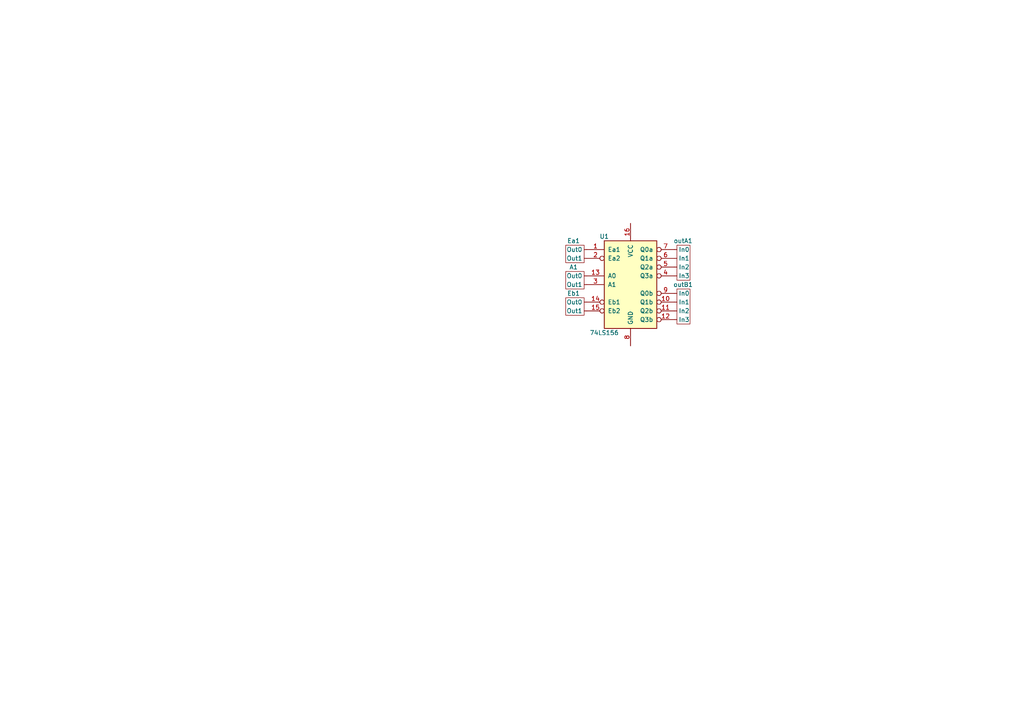
<source format=kicad_sch>
(kicad_sch (version 20230121) (generator eeschema)
  (paper "A4")
  (lib_symbols
    (symbol "74xx:74LS156" (pin_names (offset 1.016))
      (property "Reference" "U" (at -7.62 13.97 0))
      (property "Value" "74LS156" (at -7.62 -13.97 0))
      (symbol "74LS156_1_0"
        (pin input line (at -12.7 10.16 0) (length 5.08) (name "Ea1") (number "1"))
        (pin output inverted (at 12.7 -5.08 180) (length 5.08) (name "Q1b") (number "10"))
        (pin output inverted (at 12.7 -7.62 180) (length 5.08) (name "Q2b") (number "11"))
        (pin output inverted (at 12.7 -10.16 180) (length 5.08) (name "Q3b") (number "12"))
        (pin input line (at -12.7 2.54 0) (length 5.08) (name "A0") (number "13"))
        (pin input inverted (at -12.7 -5.08 0) (length 5.08) (name "Eb1") (number "14"))
        (pin input inverted (at -12.7 -7.62 0) (length 5.08) (name "Eb2") (number "15"))
        (pin power_in line (at 0 17.78 270) (length 5.08) (name "VCC") (number "16"))
        (pin input inverted (at -12.7 7.62 0) (length 5.08) (name "Ea2") (number "2"))
        (pin input line (at -12.7 0 0) (length 5.08) (name "A1") (number "3"))
        (pin output inverted (at 12.7 2.54 180) (length 5.08) (name "Q3a") (number "4"))
        (pin output inverted (at 12.7 5.08 180) (length 5.08) (name "Q2a") (number "5"))
        (pin output inverted (at 12.7 7.62 180) (length 5.08) (name "Q1a") (number "6"))
        (pin output inverted (at 12.7 10.16 180) (length 5.08) (name "Q0a") (number "7"))
        (pin power_in line (at 0 -17.78 90) (length 5.08) (name "GND") (number "8"))
        (pin output inverted (at 12.7 -2.54 180) (length 5.08) (name "Q0b") (number "9"))
      )
      (symbol "74LS156_1_1"
        (rectangle (start -7.62 12.7) (end 7.62 -12.7) (stroke (width 0.254)) (fill (type background)))
      )
    )
    (symbol "Tests:InBus4x" (pin_numbers hide)
      (property "Reference" "InBus4x" (at 1.512 6.096 0))
      (symbol "InBus4x_0_1"
        (rectangle (start 0.75 5.08) (end 4.56 -5.08))
      )
      (symbol "InBus4x_1_1"
        (pin input line (at 0 3.81 0) (length 0.75) (name "In0") (number "0"))
        (pin input line (at 0 1.27 0) (length 0.75) (name "In1") (number "1"))
        (pin input line (at 0 -1.27 0) (length 0.75) (name "In2") (number "2"))
        (pin input line (at 0 -3.81 0) (length 0.75) (name "In3") (number "3"))
      )
    )
    (symbol "Tests:OutBus2x" (pin_numbers hide)
      (property "Reference" "OutBus2x" (at -2.54 3.556 0))
      (symbol "OutBus2x_0_1"
        (rectangle (start -6.096 2.54) (end -0.75 -2.54))
      )
      (symbol "OutBus2x_1_1"
        (pin output line (at 0 1.27 180) (length 0.75) (name "Out0") (number "0"))
        (pin output line (at 0 -1.27 180) (length 0.75) (name "Out1") (number "1"))
      )
    )
  )
  (symbol (lib_id "74xx:74LS156") (at 182.88 82.55 0) (unit 1)
    (property "Reference" "U1" (at 175.26 68.58 0))
    (property "Value" "74LS156" (at 175.26 96.52 0))
    (property "Datasheet" "http://www.ti.com/lit/gpn/sn74LS156" (effects hide))
  )
  (symbol (lib_id "Tests:OutBus2x") (at 170.18 73.66 0) (unit 1)
    (property "Reference" "Ea1" (at 166.37 69.85 0))
    (property "Value" "OutBus2x" (effects hide))
  )
  (symbol (lib_id "Tests:InBus4x") (at 195.58 76.2 0) (unit 1)
    (property "Reference" "outA1" (at 198.12 69.85 0))
    (property "Value" "InBus4x" (effects hide))
  )
  (symbol (lib_id "Tests:OutBus2x") (at 170.18 81.28 0) (unit 1)
    (property "Reference" "A1" (at 166.37 77.47 0))
    (property "Value" "OutBus2x" (effects hide))
  )
  (symbol (lib_id "Tests:InBus4x") (at 195.58 88.9 0) (unit 1)
    (property "Reference" "outB1" (at 198.12 82.55 0))
    (property "Value" "InBus4x" (effects hide))
  )
  (symbol (lib_id "Tests:OutBus2x") (at 170.18 88.9 0) (unit 1)
    (property "Reference" "Eb1" (at 166.37 85.09 0))
    (property "Value" "OutBus2x" (effects hide))
  )
)
</source>
